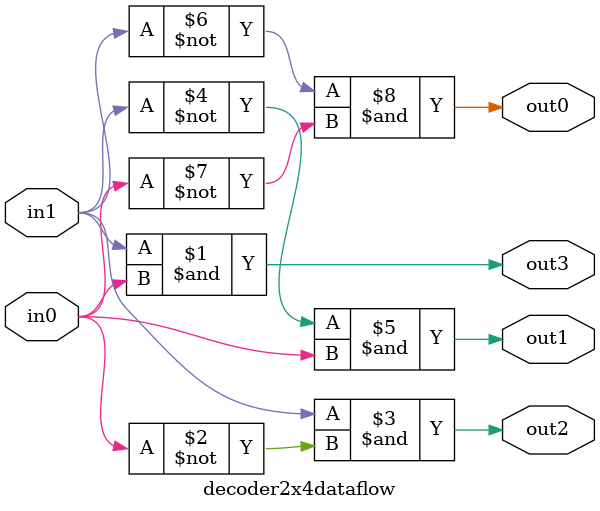
<source format=v>
`timescale 1ns / 1ps


module halfsubtractor_decoder(input a,b,output wire diff,borrow);
wire out0,out1,out2;
decoder2x4dataflow u1(a,b,out0,borrow,out1,out2);
or u2(diff,borrow,out1);
endmodule

module decoder2x4dataflow(input in1,in0,output wire out0,out1,out2,out3);
assign out3=in1&in0;
assign out2=in1&~in0;
assign out1=~in1&in0;
assign out0=~in1&~in0;
endmodule
</source>
